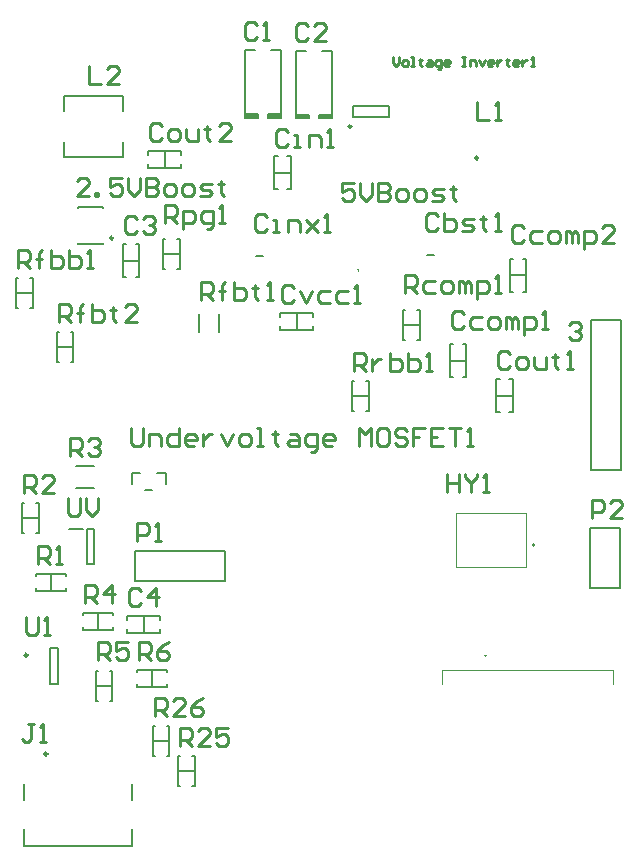
<source format=gbr>
G04*
G04 #@! TF.GenerationSoftware,Altium Limited,Altium Designer,25.2.1 (25)*
G04*
G04 Layer_Color=65535*
%FSLAX25Y25*%
%MOIN*%
G70*
G04*
G04 #@! TF.SameCoordinates,CDFB58AD-87DA-4B59-9970-4E5CFD4F10CE*
G04*
G04*
G04 #@! TF.FilePolarity,Positive*
G04*
G01*
G75*
%ADD10C,0.00984*%
%ADD11C,0.00787*%
%ADD12C,0.00591*%
%ADD13C,0.00394*%
%ADD14C,0.01000*%
G36*
X570502Y345461D02*
X566171D01*
Y346642D01*
X570502D01*
Y345461D01*
D02*
G37*
G36*
X573575Y345441D02*
X577906D01*
Y346622D01*
X573575D01*
Y345441D01*
D02*
G37*
G36*
X587502Y345209D02*
X583171D01*
Y346390D01*
X587502D01*
Y345209D01*
D02*
G37*
G36*
X590575Y345189D02*
X594906D01*
Y346370D01*
X590575D01*
Y345189D01*
D02*
G37*
D10*
X500181Y133303D02*
G03*
X500181Y133303I-492J0D01*
G01*
X601504Y342480D02*
G03*
X601504Y342480I-492J0D01*
G01*
X643784Y332000D02*
G03*
X643784Y332000I-492J0D01*
G01*
X522079Y305307D02*
G03*
X522079Y305307I-492J0D01*
G01*
X493543Y166240D02*
G03*
X493543Y166240I-492J0D01*
G01*
D11*
X645961Y166118D02*
G03*
X646354Y166118I197J0D01*
G01*
D02*
G03*
X645961Y166118I-197J0D01*
G01*
D02*
G03*
X646354Y166118I197J0D01*
G01*
X603768Y294319D02*
G03*
X603768Y294713I0J197D01*
G01*
D02*
G03*
X603768Y294319I0J-197D01*
G01*
D02*
G03*
X603768Y294713I0J197D01*
G01*
X662236Y202500D02*
G03*
X662236Y203287I0J394D01*
G01*
D02*
G03*
X662236Y202500I0J-394D01*
G01*
X492524Y118047D02*
Y123362D01*
Y102594D02*
Y108402D01*
Y102594D02*
X528508D01*
Y118047D02*
Y123362D01*
Y102594D02*
Y108402D01*
X681500Y278000D02*
X691500D01*
Y228000D02*
Y278000D01*
X681500Y228000D02*
Y278000D01*
Y228000D02*
X691500D01*
X525343Y332205D02*
Y337323D01*
X505657Y332205D02*
Y337323D01*
X525343Y347559D02*
Y352677D01*
X505657Y347559D02*
Y352677D01*
Y332205D02*
X525343D01*
X505657Y352677D02*
X525343D01*
X601898Y345532D02*
Y349468D01*
X614102Y345532D02*
Y349468D01*
X601898Y345532D02*
X614102D01*
X601898Y349468D02*
X614102D01*
X513319Y208209D02*
X515681D01*
Y196791D02*
Y208209D01*
X513319Y196791D02*
X515681D01*
X513319D02*
Y208209D01*
X507217Y208405D02*
X511941D01*
X509731Y229240D02*
X515636D01*
X509731Y221957D02*
X515636D01*
X557346Y274047D02*
Y279953D01*
X550654Y274047D02*
Y279953D01*
X626819Y299650D02*
X629181D01*
X569819Y299350D02*
X572181D01*
X566171Y345461D02*
Y346642D01*
Y345461D02*
X570502D01*
Y346642D01*
X566171D02*
X570502D01*
X566171D02*
Y367902D01*
X569321D01*
X577906Y345441D02*
Y346622D01*
X573575Y345441D02*
X577906D01*
X573575D02*
Y346622D01*
X577906D01*
Y367882D01*
X574756D02*
X577906D01*
X583171Y345209D02*
Y346390D01*
Y345209D02*
X587502D01*
Y346390D01*
X583171D02*
X587502D01*
X583171D02*
Y367650D01*
X586321D01*
X594906Y345189D02*
Y346370D01*
X590575Y345189D02*
X594906D01*
X590575D02*
Y346370D01*
X594906D01*
Y367630D01*
X591756D02*
X594906D01*
X518634Y303339D02*
Y303535D01*
Y315347D02*
Y315543D01*
X510366D02*
X518634D01*
X510366Y303339D02*
Y303535D01*
Y315347D02*
Y315543D01*
Y303339D02*
X518634D01*
X529500Y201000D02*
X559500D01*
X529500Y191000D02*
Y201000D01*
Y191000D02*
X559500D01*
Y201000D01*
X501122Y156496D02*
Y168504D01*
Y156496D02*
X503878D01*
Y168504D01*
X501122D02*
X503878D01*
X528291Y223276D02*
Y226819D01*
X531146D01*
X539709Y223276D02*
Y226819D01*
X536854D02*
X539709D01*
X532819Y221307D02*
X535181D01*
X681000Y208500D02*
X691000D01*
Y188500D02*
Y208500D01*
X681000Y188500D02*
X691000D01*
X681000D02*
Y208500D01*
D12*
X543744Y127500D02*
X549256D01*
X543744Y122500D02*
X544500D01*
X543744D02*
Y132500D01*
X544500D01*
X548500D02*
X549256D01*
Y122500D02*
Y132500D01*
X548500Y122500D02*
X549256D01*
X535244Y137500D02*
X540756D01*
X535244Y132500D02*
X536000D01*
X535244D02*
Y142500D01*
X536000D01*
X540000D02*
X540756D01*
Y132500D02*
Y142500D01*
X540000Y132500D02*
X540756D01*
X501441Y187744D02*
Y193256D01*
X506441Y187744D02*
Y188500D01*
X496441Y187744D02*
X506441D01*
X496441D02*
Y188500D01*
Y192500D02*
Y193256D01*
X506441D01*
Y192500D02*
Y193256D01*
X491744Y212000D02*
X497256D01*
X496500Y217000D02*
X497256D01*
Y207000D02*
Y217000D01*
X496500Y207000D02*
X497256D01*
X491744D02*
X492500D01*
X491744D02*
Y217000D01*
X492500D01*
X654075Y247146D02*
X655256D01*
Y258169D01*
X654075D02*
X655256D01*
X649744D02*
X650925D01*
X649744Y247146D02*
Y258169D01*
Y247146D02*
X650925D01*
X649744Y252658D02*
X655256D01*
X618744Y276441D02*
X624256D01*
X618744Y271441D02*
X619500D01*
X618744D02*
Y281441D01*
X619500D01*
X623500D02*
X624256D01*
Y271441D02*
Y281441D01*
X623500Y271441D02*
X624256D01*
X580075Y321488D02*
X581256D01*
Y332512D01*
X580075D02*
X581256D01*
X575744D02*
X576925D01*
X575744Y321488D02*
Y332512D01*
Y321488D02*
X576925D01*
X575744Y327000D02*
X581256D01*
X601744Y252559D02*
X607256D01*
X601744Y247559D02*
X602500D01*
X601744D02*
Y257559D01*
X602500D01*
X606500D02*
X607256D01*
Y247559D02*
Y257559D01*
X606500Y247559D02*
X607256D01*
X658575Y287331D02*
X659756D01*
Y298354D01*
X658575D02*
X659756D01*
X654244D02*
X655425D01*
X654244Y287331D02*
Y298354D01*
Y287331D02*
X655425D01*
X654244Y292843D02*
X659756D01*
X638575Y258831D02*
X639756D01*
Y269854D01*
X638575D02*
X639756D01*
X634244D02*
X635425D01*
X634244Y258831D02*
Y269854D01*
Y258831D02*
X635425D01*
X634244Y264342D02*
X639756D01*
X577831Y274744D02*
Y275925D01*
Y274744D02*
X588854D01*
Y275925D01*
Y279075D02*
Y280256D01*
X577831D02*
X588854D01*
X577831Y279075D02*
Y280256D01*
X583343Y274744D02*
Y280256D01*
X503244Y269000D02*
X508756D01*
X503244Y264000D02*
X504000D01*
X503244D02*
Y274000D01*
X504000D01*
X508000D02*
X508756D01*
Y264000D02*
Y274000D01*
X508000Y264000D02*
X508756D01*
X538744Y299941D02*
X544256D01*
X543500Y304941D02*
X544256D01*
Y294941D02*
Y304941D01*
X543500Y294941D02*
X544256D01*
X538744D02*
X539500D01*
X538744D02*
Y304941D01*
X539500D01*
X533831Y328685D02*
Y329866D01*
Y328685D02*
X544854D01*
Y329866D01*
Y333016D02*
Y334197D01*
X533831D02*
X544854D01*
X533831Y333016D02*
Y334197D01*
X539342Y328685D02*
Y334197D01*
X525244Y303295D02*
X526425D01*
X525244Y292272D02*
Y303295D01*
Y292272D02*
X526425D01*
X529575D02*
X530756D01*
Y303295D01*
X529575D02*
X530756D01*
X525244Y297783D02*
X530756D01*
X489744Y286882D02*
X495256D01*
X489744Y281882D02*
X490500D01*
X489744D02*
Y291882D01*
X490500D01*
X494500D02*
X495256D01*
Y281882D02*
Y291882D01*
X494500Y281882D02*
X495256D01*
X537854Y178075D02*
Y179256D01*
X526831D02*
X537854D01*
X526831Y178075D02*
Y179256D01*
Y173744D02*
Y174925D01*
Y173744D02*
X537854D01*
Y174925D01*
X532342Y173744D02*
Y179256D01*
X517000Y174744D02*
Y180256D01*
X522000Y174744D02*
Y175500D01*
X512000Y174744D02*
X522000D01*
X512000D02*
Y175500D01*
Y179500D02*
Y180256D01*
X522000D01*
Y179500D02*
Y180256D01*
X516244Y156059D02*
X521756D01*
X516244Y151059D02*
X517000D01*
X516244D02*
Y161059D01*
X517000D01*
X521000D02*
X521756D01*
Y151059D02*
Y161059D01*
X521000Y151059D02*
X521756D01*
X535000Y155744D02*
Y161256D01*
X530000Y160500D02*
Y161256D01*
X540000D01*
Y160500D02*
Y161256D01*
Y155744D02*
Y156500D01*
X530000Y155744D02*
X540000D01*
X530000D02*
Y156500D01*
D13*
X631591Y156669D02*
Y161158D01*
Y156669D02*
Y161158D01*
X688677Y156669D02*
Y161158D01*
Y156669D02*
Y161158D01*
X631591D02*
X688677D01*
X631591D02*
X688677D01*
X636449Y213524D02*
X659677D01*
Y195807D02*
Y213524D01*
X636449Y195807D02*
X659677D01*
X636449D02*
Y213524D01*
D14*
X535900Y145900D02*
Y151898D01*
X538899D01*
X539899Y150898D01*
Y148899D01*
X538899Y147899D01*
X535900D01*
X537899D02*
X539899Y145900D01*
X545897D02*
X541898D01*
X545897Y149899D01*
Y150898D01*
X544897Y151898D01*
X542898D01*
X541898Y150898D01*
X551895Y151898D02*
X549895Y150898D01*
X547896Y148899D01*
Y146900D01*
X548896Y145900D01*
X550895D01*
X551895Y146900D01*
Y147899D01*
X550895Y148899D01*
X547896D01*
X544400Y135900D02*
Y141898D01*
X547399D01*
X548399Y140898D01*
Y138899D01*
X547399Y137899D01*
X544400D01*
X546399D02*
X548399Y135900D01*
X554397D02*
X550398D01*
X554397Y139899D01*
Y140898D01*
X553397Y141898D01*
X551398D01*
X550398Y140898D01*
X560395Y141898D02*
X556396D01*
Y138899D01*
X558395Y139899D01*
X559395D01*
X560395Y138899D01*
Y136900D01*
X559395Y135900D01*
X557396D01*
X556396Y136900D01*
X495599Y143298D02*
X493599D01*
X494599D01*
Y138300D01*
X493599Y137300D01*
X492600D01*
X491600Y138300D01*
X497598Y137300D02*
X499597D01*
X498598D01*
Y143298D01*
X497598Y142298D01*
X507100Y218598D02*
Y213600D01*
X508100Y212600D01*
X510099D01*
X511099Y213600D01*
Y218598D01*
X513098D02*
Y214599D01*
X515097Y212600D01*
X517097Y214599D01*
Y218598D01*
X643300Y350698D02*
Y344700D01*
X647299D01*
X649298D02*
X651297D01*
X650298D01*
Y350698D01*
X649298Y349698D01*
X615508Y365499D02*
Y363500D01*
X616507Y362500D01*
X617507Y363500D01*
Y365499D01*
X619006Y362500D02*
X620006D01*
X620506Y363000D01*
Y364000D01*
X620006Y364500D01*
X619006D01*
X618507Y364000D01*
Y363000D01*
X619006Y362500D01*
X621506D02*
X622505D01*
X622006D01*
Y365499D01*
X621506D01*
X624505Y365000D02*
Y364500D01*
X624005D01*
X625004D01*
X624505D01*
Y363000D01*
X625004Y362500D01*
X627004Y364500D02*
X628004D01*
X628503Y364000D01*
Y362500D01*
X627004D01*
X626504Y363000D01*
X627004Y363500D01*
X628503D01*
X630503Y361501D02*
X631003D01*
X631502Y362000D01*
Y364500D01*
X630003D01*
X629503Y364000D01*
Y363000D01*
X630003Y362500D01*
X631502D01*
X634002D02*
X633002D01*
X632502Y363000D01*
Y364000D01*
X633002Y364500D01*
X634002D01*
X634502Y364000D01*
Y363500D01*
X632502D01*
X638500Y365499D02*
X639500D01*
X639000D01*
Y362500D01*
X638500D01*
X639500D01*
X640999D02*
Y364500D01*
X642499D01*
X642999Y364000D01*
Y362500D01*
X643998Y364500D02*
X644998Y362500D01*
X645998Y364500D01*
X648497Y362500D02*
X647497D01*
X646997Y363000D01*
Y364000D01*
X647497Y364500D01*
X648497D01*
X648997Y364000D01*
Y363500D01*
X646997D01*
X649996Y364500D02*
Y362500D01*
Y363500D01*
X650496Y364000D01*
X650996Y364500D01*
X651496D01*
X653495Y365000D02*
Y364500D01*
X652995D01*
X653995D01*
X653495D01*
Y363000D01*
X653995Y362500D01*
X656994D02*
X655995D01*
X655495Y363000D01*
Y364000D01*
X655995Y364500D01*
X656994D01*
X657494Y364000D01*
Y363500D01*
X655495D01*
X658494Y364500D02*
Y362500D01*
Y363500D01*
X658993Y364000D01*
X659493Y364500D01*
X659993D01*
X661493Y362500D02*
X662492D01*
X661993D01*
Y365499D01*
X661493Y365000D01*
X528200Y241898D02*
Y236900D01*
X529200Y235900D01*
X531199D01*
X532199Y236900D01*
Y241898D01*
X534198Y235900D02*
Y239899D01*
X537197D01*
X538197Y238899D01*
Y235900D01*
X544195Y241898D02*
Y235900D01*
X541196D01*
X540196Y236900D01*
Y238899D01*
X541196Y239899D01*
X544195D01*
X549193Y235900D02*
X547194D01*
X546194Y236900D01*
Y238899D01*
X547194Y239899D01*
X549193D01*
X550193Y238899D01*
Y237899D01*
X546194D01*
X552192Y239899D02*
Y235900D01*
Y237899D01*
X553192Y238899D01*
X554192Y239899D01*
X555191D01*
X558190D02*
X560190Y235900D01*
X562189Y239899D01*
X565188Y235900D02*
X567187D01*
X568187Y236900D01*
Y238899D01*
X567187Y239899D01*
X565188D01*
X564188Y238899D01*
Y236900D01*
X565188Y235900D01*
X570186D02*
X572186D01*
X571186D01*
Y241898D01*
X570186D01*
X576185Y240898D02*
Y239899D01*
X575185D01*
X577184D01*
X576185D01*
Y236900D01*
X577184Y235900D01*
X581183Y239899D02*
X583182D01*
X584182Y238899D01*
Y235900D01*
X581183D01*
X580183Y236900D01*
X581183Y237899D01*
X584182D01*
X588181Y233901D02*
X589180D01*
X590180Y234900D01*
Y239899D01*
X587181D01*
X586181Y238899D01*
Y236900D01*
X587181Y235900D01*
X590180D01*
X595178D02*
X593179D01*
X592179Y236900D01*
Y238899D01*
X593179Y239899D01*
X595178D01*
X596178Y238899D01*
Y237899D01*
X592179D01*
X604175Y235900D02*
Y241898D01*
X606175Y239899D01*
X608174Y241898D01*
Y235900D01*
X613172Y241898D02*
X611173D01*
X610174Y240898D01*
Y236900D01*
X611173Y235900D01*
X613172D01*
X614172Y236900D01*
Y240898D01*
X613172Y241898D01*
X620170Y240898D02*
X619171Y241898D01*
X617171D01*
X616172Y240898D01*
Y239899D01*
X617171Y238899D01*
X619171D01*
X620170Y237899D01*
Y236900D01*
X619171Y235900D01*
X617171D01*
X616172Y236900D01*
X626168Y241898D02*
X622170D01*
Y238899D01*
X624169D01*
X622170D01*
Y235900D01*
X632166Y241898D02*
X628168D01*
Y235900D01*
X632166D01*
X628168Y238899D02*
X630167D01*
X634166Y241898D02*
X638164D01*
X636165D01*
Y235900D01*
X640164D02*
X642163D01*
X641163D01*
Y241898D01*
X640164Y240898D01*
X493100Y178898D02*
Y173900D01*
X494100Y172900D01*
X496099D01*
X497099Y173900D01*
Y178898D01*
X499098Y172900D02*
X501097D01*
X500098D01*
Y178898D01*
X499098Y177898D01*
X602400Y261000D02*
Y266998D01*
X605399D01*
X606399Y265998D01*
Y263999D01*
X605399Y262999D01*
X602400D01*
X604399D02*
X606399Y261000D01*
X608398Y264999D02*
Y261000D01*
Y262999D01*
X609398Y263999D01*
X610397Y264999D01*
X611397D01*
X614396Y266998D02*
Y261000D01*
X617395D01*
X618395Y262000D01*
Y262999D01*
Y263999D01*
X617395Y264999D01*
X614396D01*
X620394Y266998D02*
Y261000D01*
X623393D01*
X624393Y262000D01*
Y262999D01*
Y263999D01*
X623393Y264999D01*
X620394D01*
X626392Y261000D02*
X628392D01*
X627392D01*
Y266998D01*
X626392Y265998D01*
X539400Y310400D02*
Y316398D01*
X542399D01*
X543399Y315398D01*
Y313399D01*
X542399Y312399D01*
X539400D01*
X541399D02*
X543399Y310400D01*
X545398Y308401D02*
Y314399D01*
X548397D01*
X549397Y313399D01*
Y311400D01*
X548397Y310400D01*
X545398D01*
X553396Y308401D02*
X554395D01*
X555395Y309400D01*
Y314399D01*
X552396D01*
X551396Y313399D01*
Y311400D01*
X552396Y310400D01*
X555395D01*
X557394D02*
X559394D01*
X558394D01*
Y316398D01*
X557394Y315398D01*
X503900Y277400D02*
Y283398D01*
X506899D01*
X507899Y282398D01*
Y280399D01*
X506899Y279399D01*
X503900D01*
X505899D02*
X507899Y277400D01*
X510898D02*
Y282398D01*
Y280399D01*
X509898D01*
X511897D01*
X510898D01*
Y282398D01*
X511897Y283398D01*
X514896D02*
Y277400D01*
X517896D01*
X518895Y278400D01*
Y279399D01*
Y280399D01*
X517896Y281399D01*
X514896D01*
X521894Y282398D02*
Y281399D01*
X520894D01*
X522894D01*
X521894D01*
Y278400D01*
X522894Y277400D01*
X529892D02*
X525893D01*
X529892Y281399D01*
Y282398D01*
X528892Y283398D01*
X526893D01*
X525893Y282398D01*
X551300Y284700D02*
Y290698D01*
X554299D01*
X555299Y289698D01*
Y287699D01*
X554299Y286699D01*
X551300D01*
X553299D02*
X555299Y284700D01*
X558298D02*
Y289698D01*
Y287699D01*
X557298D01*
X559297D01*
X558298D01*
Y289698D01*
X559297Y290698D01*
X562296D02*
Y284700D01*
X565296D01*
X566295Y285700D01*
Y286699D01*
Y287699D01*
X565296Y288699D01*
X562296D01*
X569294Y289698D02*
Y288699D01*
X568294D01*
X570294D01*
X569294D01*
Y285700D01*
X570294Y284700D01*
X573293D02*
X575292D01*
X574293D01*
Y290698D01*
X573293Y289698D01*
X490400Y295300D02*
Y301298D01*
X493399D01*
X494399Y300298D01*
Y298299D01*
X493399Y297299D01*
X490400D01*
X492399D02*
X494399Y295300D01*
X497398D02*
Y300298D01*
Y298299D01*
X496398D01*
X498397D01*
X497398D01*
Y300298D01*
X498397Y301298D01*
X501396D02*
Y295300D01*
X504395D01*
X505395Y296300D01*
Y297299D01*
Y298299D01*
X504395Y299299D01*
X501396D01*
X507395Y301298D02*
Y295300D01*
X510393D01*
X511393Y296300D01*
Y297299D01*
Y298299D01*
X510393Y299299D01*
X507395D01*
X513393Y295300D02*
X515392D01*
X514392D01*
Y301298D01*
X513393Y300298D01*
X619400Y286900D02*
Y292898D01*
X622399D01*
X623399Y291898D01*
Y289899D01*
X622399Y288899D01*
X619400D01*
X621399D02*
X623399Y286900D01*
X629397Y290899D02*
X626398D01*
X625398Y289899D01*
Y287900D01*
X626398Y286900D01*
X629397D01*
X632396D02*
X634395D01*
X635395Y287900D01*
Y289899D01*
X634395Y290899D01*
X632396D01*
X631396Y289899D01*
Y287900D01*
X632396Y286900D01*
X637394D02*
Y290899D01*
X638394D01*
X639394Y289899D01*
Y286900D01*
Y289899D01*
X640393Y290899D01*
X641393Y289899D01*
Y286900D01*
X643392Y284901D02*
Y290899D01*
X646391D01*
X647391Y289899D01*
Y287900D01*
X646391Y286900D01*
X643392D01*
X649390D02*
X651390D01*
X650390D01*
Y292898D01*
X649390Y291898D01*
X530600Y164600D02*
Y170598D01*
X533599D01*
X534599Y169598D01*
Y167599D01*
X533599Y166599D01*
X530600D01*
X532599D02*
X534599Y164600D01*
X540597Y170598D02*
X538597Y169598D01*
X536598Y167599D01*
Y165600D01*
X537598Y164600D01*
X539597D01*
X540597Y165600D01*
Y166599D01*
X539597Y167599D01*
X536598D01*
X516900Y164500D02*
Y170498D01*
X519899D01*
X520899Y169498D01*
Y167499D01*
X519899Y166499D01*
X516900D01*
X518899D02*
X520899Y164500D01*
X526897Y170498D02*
X522898D01*
Y167499D01*
X524897Y168499D01*
X525897D01*
X526897Y167499D01*
Y165500D01*
X525897Y164500D01*
X523898D01*
X522898Y165500D01*
X512600Y183600D02*
Y189598D01*
X515599D01*
X516599Y188598D01*
Y186599D01*
X515599Y185599D01*
X512600D01*
X514599D02*
X516599Y183600D01*
X521597D02*
Y189598D01*
X518598Y186599D01*
X522597D01*
X507600Y232600D02*
Y238598D01*
X510599D01*
X511599Y237598D01*
Y235599D01*
X510599Y234599D01*
X507600D01*
X509599D02*
X511599Y232600D01*
X513598Y237598D02*
X514598Y238598D01*
X516597D01*
X517597Y237598D01*
Y236599D01*
X516597Y235599D01*
X515597D01*
X516597D01*
X517597Y234599D01*
Y233600D01*
X516597Y232600D01*
X514598D01*
X513598Y233600D01*
X492400Y220400D02*
Y226398D01*
X495399D01*
X496399Y225398D01*
Y223399D01*
X495399Y222399D01*
X492400D01*
X494399D02*
X496399Y220400D01*
X502397D02*
X498398D01*
X502397Y224399D01*
Y225398D01*
X501397Y226398D01*
X499398D01*
X498398Y225398D01*
X497000Y196600D02*
Y202598D01*
X499999D01*
X500999Y201598D01*
Y199599D01*
X499999Y198599D01*
X497000D01*
X498999D02*
X500999Y196600D01*
X502998D02*
X504997D01*
X503998D01*
Y202598D01*
X502998Y201598D01*
X681600Y211900D02*
Y217898D01*
X684599D01*
X685599Y216898D01*
Y214899D01*
X684599Y213899D01*
X681600D01*
X691597Y211900D02*
X687598D01*
X691597Y215899D01*
Y216898D01*
X690597Y217898D01*
X688598D01*
X687598Y216898D01*
X530100Y204400D02*
Y210398D01*
X533099D01*
X534099Y209398D01*
Y207399D01*
X533099Y206399D01*
X530100D01*
X536098Y204400D02*
X538097D01*
X537098D01*
Y210398D01*
X536098Y209398D01*
X514002Y362499D02*
Y356501D01*
X518000D01*
X523998D02*
X520000D01*
X523998Y360500D01*
Y361499D01*
X522999Y362499D01*
X520999D01*
X520000Y361499D01*
X633300Y226698D02*
Y220700D01*
Y223699D01*
X637299D01*
Y226698D01*
Y220700D01*
X639298Y226698D02*
Y225698D01*
X641297Y223699D01*
X643297Y225698D01*
Y226698D01*
X641297Y223699D02*
Y220700D01*
X645296D02*
X647296D01*
X646296D01*
Y226698D01*
X645296Y225698D01*
X582499Y288598D02*
X581499Y289598D01*
X579500D01*
X578500Y288598D01*
Y284600D01*
X579500Y283600D01*
X581499D01*
X582499Y284600D01*
X584498Y287599D02*
X586497Y283600D01*
X588497Y287599D01*
X594495D02*
X591496D01*
X590496Y286599D01*
Y284600D01*
X591496Y283600D01*
X594495D01*
X600493Y287599D02*
X597494D01*
X596494Y286599D01*
Y284600D01*
X597494Y283600D01*
X600493D01*
X602492D02*
X604492D01*
X603492D01*
Y289598D01*
X602492Y288598D01*
X538499Y342498D02*
X537499Y343498D01*
X535500D01*
X534500Y342498D01*
Y338500D01*
X535500Y337500D01*
X537499D01*
X538499Y338500D01*
X541498Y337500D02*
X543497D01*
X544497Y338500D01*
Y340499D01*
X543497Y341499D01*
X541498D01*
X540498Y340499D01*
Y338500D01*
X541498Y337500D01*
X546496Y341499D02*
Y338500D01*
X547496Y337500D01*
X550495D01*
Y341499D01*
X553494Y342498D02*
Y341499D01*
X552494D01*
X554494D01*
X553494D01*
Y338500D01*
X554494Y337500D01*
X561491D02*
X557493D01*
X561491Y341499D01*
Y342498D01*
X560492Y343498D01*
X558492D01*
X557493Y342498D01*
X654399Y266498D02*
X653399Y267498D01*
X651400D01*
X650400Y266498D01*
Y262500D01*
X651400Y261500D01*
X653399D01*
X654399Y262500D01*
X657398Y261500D02*
X659397D01*
X660397Y262500D01*
Y264499D01*
X659397Y265499D01*
X657398D01*
X656398Y264499D01*
Y262500D01*
X657398Y261500D01*
X662396Y265499D02*
Y262500D01*
X663396Y261500D01*
X666395D01*
Y265499D01*
X669394Y266498D02*
Y265499D01*
X668394D01*
X670394D01*
X669394D01*
Y262500D01*
X670394Y261500D01*
X673393D02*
X675392D01*
X674392D01*
Y267498D01*
X673393Y266498D01*
X573499Y312298D02*
X572499Y313298D01*
X570500D01*
X569500Y312298D01*
Y308300D01*
X570500Y307300D01*
X572499D01*
X573499Y308300D01*
X575498Y307300D02*
X577497D01*
X576498D01*
Y311299D01*
X575498D01*
X580496Y307300D02*
Y311299D01*
X583496D01*
X584495Y310299D01*
Y307300D01*
X586494Y311299D02*
X590493Y307300D01*
X588494Y309299D01*
X590493Y311299D01*
X586494Y307300D01*
X592493D02*
X594492D01*
X593492D01*
Y313298D01*
X592493Y312298D01*
X580399Y340798D02*
X579399Y341798D01*
X577400D01*
X576400Y340798D01*
Y336800D01*
X577400Y335800D01*
X579399D01*
X580399Y336800D01*
X582398Y335800D02*
X584397D01*
X583398D01*
Y339799D01*
X582398D01*
X587396Y335800D02*
Y339799D01*
X590395D01*
X591395Y338799D01*
Y335800D01*
X593395D02*
X595394D01*
X594394D01*
Y341798D01*
X593395Y340798D01*
X658899Y308598D02*
X657899Y309598D01*
X655900D01*
X654900Y308598D01*
Y304600D01*
X655900Y303600D01*
X657899D01*
X658899Y304600D01*
X664897Y307599D02*
X661898D01*
X660898Y306599D01*
Y304600D01*
X661898Y303600D01*
X664897D01*
X667896D02*
X669895D01*
X670895Y304600D01*
Y306599D01*
X669895Y307599D01*
X667896D01*
X666896Y306599D01*
Y304600D01*
X667896Y303600D01*
X672894D02*
Y307599D01*
X673894D01*
X674894Y306599D01*
Y303600D01*
Y306599D01*
X675893Y307599D01*
X676893Y306599D01*
Y303600D01*
X678892Y301601D02*
Y307599D01*
X681891D01*
X682891Y306599D01*
Y304600D01*
X681891Y303600D01*
X678892D01*
X688889D02*
X684890D01*
X688889Y307599D01*
Y308598D01*
X687889Y309598D01*
X685890D01*
X684890Y308598D01*
X638899Y280098D02*
X637899Y281098D01*
X635900D01*
X634900Y280098D01*
Y276100D01*
X635900Y275100D01*
X637899D01*
X638899Y276100D01*
X644897Y279099D02*
X641898D01*
X640898Y278099D01*
Y276100D01*
X641898Y275100D01*
X644897D01*
X647896D02*
X649895D01*
X650895Y276100D01*
Y278099D01*
X649895Y279099D01*
X647896D01*
X646896Y278099D01*
Y276100D01*
X647896Y275100D01*
X652894D02*
Y279099D01*
X653894D01*
X654893Y278099D01*
Y275100D01*
Y278099D01*
X655893Y279099D01*
X656893Y278099D01*
Y275100D01*
X658892Y273101D02*
Y279099D01*
X661891D01*
X662891Y278099D01*
Y276100D01*
X661891Y275100D01*
X658892D01*
X664890D02*
X666890D01*
X665890D01*
Y281098D01*
X664890Y280098D01*
X630499Y312598D02*
X629499Y313598D01*
X627500D01*
X626500Y312598D01*
Y308600D01*
X627500Y307600D01*
X629499D01*
X630499Y308600D01*
X632498Y313598D02*
Y307600D01*
X635497D01*
X636497Y308600D01*
Y309599D01*
Y310599D01*
X635497Y311599D01*
X632498D01*
X638496Y307600D02*
X641495D01*
X642495Y308600D01*
X641495Y309599D01*
X639496D01*
X638496Y310599D01*
X639496Y311599D01*
X642495D01*
X645494Y312598D02*
Y311599D01*
X644494D01*
X646493D01*
X645494D01*
Y308600D01*
X646493Y307600D01*
X649493D02*
X651492D01*
X650492D01*
Y313598D01*
X649493Y312598D01*
X531499Y187598D02*
X530499Y188598D01*
X528500D01*
X527500Y187598D01*
Y183600D01*
X528500Y182600D01*
X530499D01*
X531499Y183600D01*
X536497Y182600D02*
Y188598D01*
X533498Y185599D01*
X537497D01*
X529899Y311598D02*
X528899Y312598D01*
X526900D01*
X525900Y311598D01*
Y307600D01*
X526900Y306600D01*
X528899D01*
X529899Y307600D01*
X531898Y311598D02*
X532898Y312598D01*
X534897D01*
X535897Y311598D01*
Y310599D01*
X534897Y309599D01*
X533897D01*
X534897D01*
X535897Y308599D01*
Y307600D01*
X534897Y306600D01*
X532898D01*
X531898Y307600D01*
X587199Y375998D02*
X586199Y376998D01*
X584200D01*
X583200Y375998D01*
Y372000D01*
X584200Y371000D01*
X586199D01*
X587199Y372000D01*
X593197Y371000D02*
X589198D01*
X593197Y374999D01*
Y375998D01*
X592197Y376998D01*
X590198D01*
X589198Y375998D01*
X570199Y376298D02*
X569199Y377298D01*
X567200D01*
X566200Y376298D01*
Y372300D01*
X567200Y371300D01*
X569199D01*
X570199Y372300D01*
X572198Y371300D02*
X574197D01*
X573198D01*
Y377298D01*
X572198Y376298D01*
X513999Y319300D02*
X510000D01*
X513999Y323299D01*
Y324298D01*
X512999Y325298D01*
X511000D01*
X510000Y324298D01*
X515998Y319300D02*
Y320300D01*
X516998D01*
Y319300D01*
X515998D01*
X524995Y325298D02*
X520996D01*
Y322299D01*
X522996Y323299D01*
X523995D01*
X524995Y322299D01*
Y320300D01*
X523995Y319300D01*
X521996D01*
X520996Y320300D01*
X526995Y325298D02*
Y321299D01*
X528994Y319300D01*
X530993Y321299D01*
Y325298D01*
X532993D02*
Y319300D01*
X535992D01*
X536991Y320300D01*
Y321299D01*
X535992Y322299D01*
X532993D01*
X535992D01*
X536991Y323299D01*
Y324298D01*
X535992Y325298D01*
X532993D01*
X539990Y319300D02*
X541990D01*
X542989Y320300D01*
Y322299D01*
X541990Y323299D01*
X539990D01*
X538991Y322299D01*
Y320300D01*
X539990Y319300D01*
X545988D02*
X547988D01*
X548987Y320300D01*
Y322299D01*
X547988Y323299D01*
X545988D01*
X544989Y322299D01*
Y320300D01*
X545988Y319300D01*
X550987D02*
X553986D01*
X554986Y320300D01*
X553986Y321299D01*
X551986D01*
X550987Y322299D01*
X551986Y323299D01*
X554986D01*
X557984Y324298D02*
Y323299D01*
X556985D01*
X558984D01*
X557984D01*
Y320300D01*
X558984Y319300D01*
X674100Y276398D02*
X675100Y277398D01*
X677099D01*
X678099Y276398D01*
Y275399D01*
X677099Y274399D01*
X676099D01*
X677099D01*
X678099Y273399D01*
Y272400D01*
X677099Y271400D01*
X675100D01*
X674100Y272400D01*
X602399Y323598D02*
X598400D01*
Y320599D01*
X600399Y321599D01*
X601399D01*
X602399Y320599D01*
Y318600D01*
X601399Y317600D01*
X599400D01*
X598400Y318600D01*
X604398Y323598D02*
Y319599D01*
X606397Y317600D01*
X608397Y319599D01*
Y323598D01*
X610396D02*
Y317600D01*
X613395D01*
X614395Y318600D01*
Y319599D01*
X613395Y320599D01*
X610396D01*
X613395D01*
X614395Y321599D01*
Y322598D01*
X613395Y323598D01*
X610396D01*
X617394Y317600D02*
X619393D01*
X620393Y318600D01*
Y320599D01*
X619393Y321599D01*
X617394D01*
X616394Y320599D01*
Y318600D01*
X617394Y317600D01*
X623392D02*
X625391D01*
X626391Y318600D01*
Y320599D01*
X625391Y321599D01*
X623392D01*
X622392Y320599D01*
Y318600D01*
X623392Y317600D01*
X628390D02*
X631389D01*
X632389Y318600D01*
X631389Y319599D01*
X629390D01*
X628390Y320599D01*
X629390Y321599D01*
X632389D01*
X635388Y322598D02*
Y321599D01*
X634388D01*
X636388D01*
X635388D01*
Y318600D01*
X636388Y317600D01*
M02*

</source>
